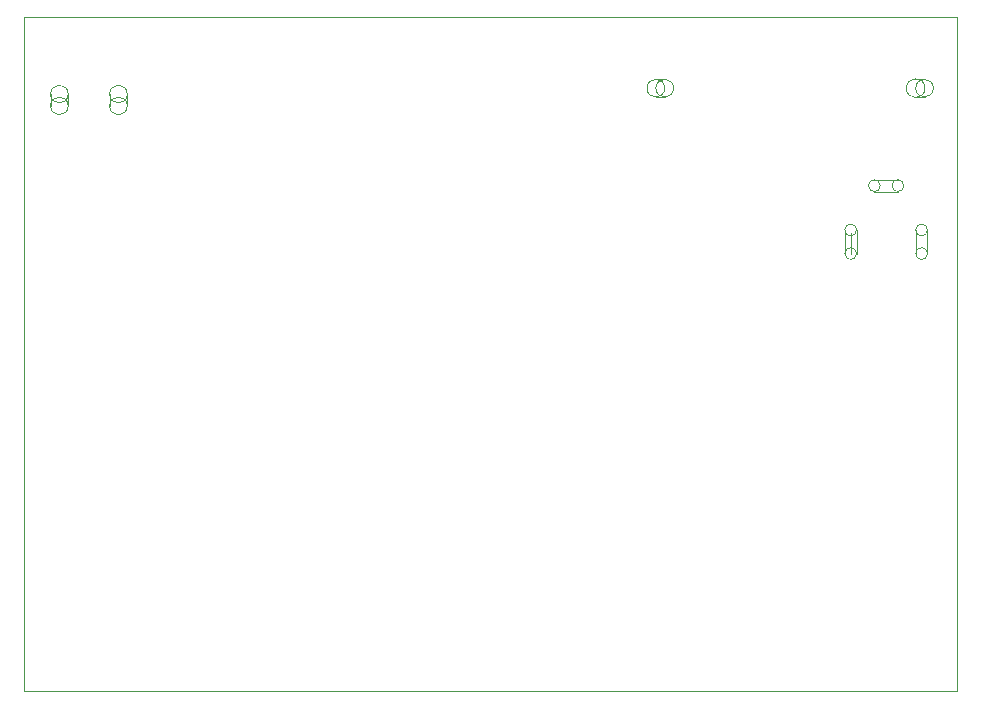
<source format=gbr>
G04 #@! TF.FileFunction,Profile,NP*
%FSLAX46Y46*%
G04 Gerber Fmt 4.6, Leading zero omitted, Abs format (unit mm)*
G04 Created by KiCad (PCBNEW 4.0.7-e2-6376~58~ubuntu16.04.1) date Fri Dec 29 21:47:46 2017*
%MOMM*%
%LPD*%
G01*
G04 APERTURE LIST*
%ADD10C,0.100000*%
G04 APERTURE END LIST*
D10*
X163500000Y-63000000D02*
X163500000Y-65000000D01*
X162500000Y-63000000D02*
X162500000Y-65000000D01*
X163500000Y-65000000D02*
G75*
G03X163500000Y-65000000I-500000J0D01*
G01*
X163500000Y-63000000D02*
G75*
G03X163500000Y-63000000I-500000J0D01*
G01*
X156500000Y-63000000D02*
X156500000Y-65000000D01*
X157500000Y-63000000D02*
X157500000Y-65000000D01*
X157500000Y-65000000D02*
G75*
G03X157500000Y-65000000I-500000J0D01*
G01*
X157500000Y-63000000D02*
G75*
G03X157500000Y-63000000I-500000J0D01*
G01*
X159000000Y-59750000D02*
X161000000Y-59750000D01*
X159000000Y-58750000D02*
X161000000Y-58750000D01*
X161500000Y-59250000D02*
G75*
G03X161500000Y-59250000I-500000J0D01*
G01*
X159500000Y-59250000D02*
G75*
G03X159500000Y-59250000I-500000J0D01*
G01*
X162500000Y-51750000D02*
X163250000Y-51750000D01*
X163250000Y-50250000D02*
X162500000Y-50250000D01*
X164000000Y-51000000D02*
G75*
G03X164000000Y-51000000I-750000J0D01*
G01*
X163290569Y-51000000D02*
G75*
G03X163290569Y-51000000I-790569J0D01*
G01*
X140500000Y-51750000D02*
X141250000Y-51750000D01*
X140500000Y-50250000D02*
X141250000Y-50250000D01*
X142000000Y-51000000D02*
G75*
G03X142000000Y-51000000I-750000J0D01*
G01*
X141250000Y-51000000D02*
G75*
G03X141250000Y-51000000I-750000J0D01*
G01*
X90750000Y-52500000D02*
G75*
G03X90750000Y-52500000I-750000J0D01*
G01*
X95750000Y-51500000D02*
X95750000Y-52500000D01*
X94250000Y-51500000D02*
X94250000Y-52500000D01*
X95750000Y-52500000D02*
G75*
G03X95750000Y-52500000I-750000J0D01*
G01*
X95750000Y-51500000D02*
G75*
G03X95750000Y-51500000I-750000J0D01*
G01*
X90750000Y-51500000D02*
X90750000Y-52500000D01*
X89250000Y-51500000D02*
X89250000Y-52500000D01*
X90750000Y-51500000D02*
G75*
G03X90750000Y-51500000I-750000J0D01*
G01*
X157000000Y-65000000D02*
X157000000Y-63250000D01*
X166000000Y-102000000D02*
X166000000Y-45000000D01*
X87000000Y-45000000D02*
X124000000Y-45000000D01*
X87000000Y-102000000D02*
X87000000Y-45000000D01*
X88000000Y-102000000D02*
X87000000Y-102000000D01*
X90000000Y-102000000D02*
X88000000Y-102000000D01*
X93000000Y-102000000D02*
X90000000Y-102000000D01*
X166000000Y-102000000D02*
X93000000Y-102000000D01*
X166000000Y-101000000D02*
X166000000Y-102000000D01*
X124000000Y-45000000D02*
X166000000Y-45000000D01*
M02*

</source>
